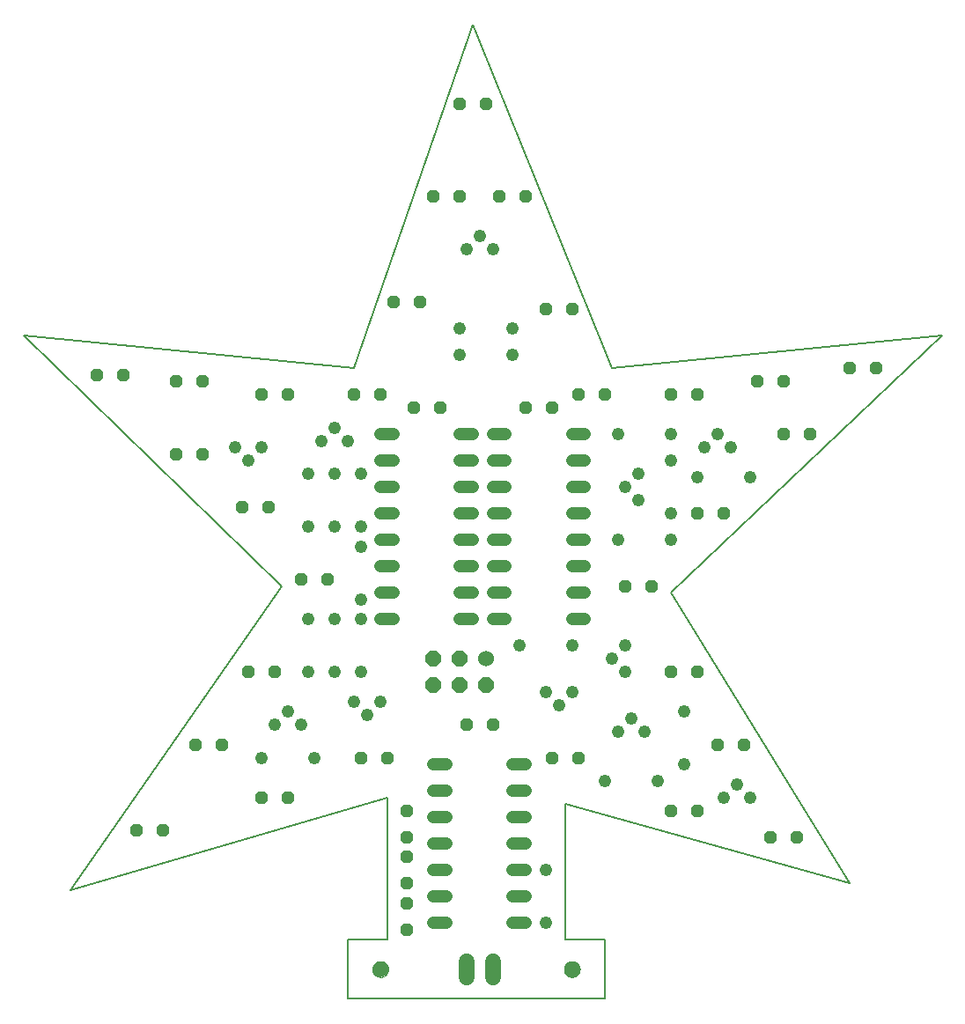
<source format=gbs>
G75*
%MOIN*%
%OFA0B0*%
%FSLAX25Y25*%
%IPPOS*%
%LPD*%
%AMOC8*
5,1,8,0,0,1.08239X$1,22.5*
%
%ADD10C,0.00600*%
%ADD11C,0.00000*%
%ADD12C,0.06000*%
%ADD13OC8,0.04800*%
%ADD14C,0.04800*%
%ADD15C,0.06000*%
%ADD16C,0.04800*%
%ADD17OC8,0.06000*%
D10*
X0018800Y0042550D02*
X0138800Y0077550D01*
X0138800Y0023800D01*
X0123800Y0023800D01*
X0123800Y0001300D01*
X0221300Y0001300D01*
X0221300Y0023800D01*
X0206300Y0023800D01*
X0206300Y0075050D01*
X0313800Y0045050D01*
X0246300Y0155050D01*
X0348800Y0252550D01*
X0223800Y0240050D01*
X0171300Y0370050D01*
X0126300Y0240050D01*
X0001300Y0252550D01*
X0098800Y0157550D01*
X0018800Y0042550D01*
D11*
X0133300Y0012550D02*
X0133302Y0012659D01*
X0133308Y0012768D01*
X0133318Y0012876D01*
X0133332Y0012984D01*
X0133349Y0013092D01*
X0133371Y0013199D01*
X0133396Y0013305D01*
X0133426Y0013409D01*
X0133459Y0013513D01*
X0133496Y0013616D01*
X0133536Y0013717D01*
X0133580Y0013816D01*
X0133628Y0013914D01*
X0133680Y0014011D01*
X0133734Y0014105D01*
X0133792Y0014197D01*
X0133854Y0014287D01*
X0133919Y0014374D01*
X0133986Y0014460D01*
X0134057Y0014543D01*
X0134131Y0014623D01*
X0134208Y0014700D01*
X0134287Y0014775D01*
X0134369Y0014846D01*
X0134454Y0014915D01*
X0134541Y0014980D01*
X0134630Y0015043D01*
X0134722Y0015101D01*
X0134816Y0015157D01*
X0134911Y0015209D01*
X0135009Y0015258D01*
X0135108Y0015303D01*
X0135209Y0015345D01*
X0135311Y0015382D01*
X0135414Y0015416D01*
X0135519Y0015447D01*
X0135625Y0015473D01*
X0135731Y0015496D01*
X0135839Y0015514D01*
X0135947Y0015529D01*
X0136055Y0015540D01*
X0136164Y0015547D01*
X0136273Y0015550D01*
X0136382Y0015549D01*
X0136491Y0015544D01*
X0136599Y0015535D01*
X0136707Y0015522D01*
X0136815Y0015505D01*
X0136922Y0015485D01*
X0137028Y0015460D01*
X0137133Y0015432D01*
X0137237Y0015400D01*
X0137340Y0015364D01*
X0137442Y0015324D01*
X0137542Y0015281D01*
X0137640Y0015234D01*
X0137737Y0015184D01*
X0137831Y0015130D01*
X0137924Y0015072D01*
X0138015Y0015012D01*
X0138103Y0014948D01*
X0138189Y0014881D01*
X0138272Y0014811D01*
X0138353Y0014738D01*
X0138431Y0014662D01*
X0138506Y0014583D01*
X0138579Y0014501D01*
X0138648Y0014417D01*
X0138714Y0014331D01*
X0138777Y0014242D01*
X0138837Y0014151D01*
X0138894Y0014058D01*
X0138947Y0013963D01*
X0138996Y0013866D01*
X0139042Y0013767D01*
X0139084Y0013667D01*
X0139123Y0013565D01*
X0139158Y0013461D01*
X0139189Y0013357D01*
X0139217Y0013252D01*
X0139240Y0013145D01*
X0139260Y0013038D01*
X0139276Y0012930D01*
X0139288Y0012822D01*
X0139296Y0012713D01*
X0139300Y0012604D01*
X0139300Y0012496D01*
X0139296Y0012387D01*
X0139288Y0012278D01*
X0139276Y0012170D01*
X0139260Y0012062D01*
X0139240Y0011955D01*
X0139217Y0011848D01*
X0139189Y0011743D01*
X0139158Y0011639D01*
X0139123Y0011535D01*
X0139084Y0011433D01*
X0139042Y0011333D01*
X0138996Y0011234D01*
X0138947Y0011137D01*
X0138894Y0011042D01*
X0138837Y0010949D01*
X0138777Y0010858D01*
X0138714Y0010769D01*
X0138648Y0010683D01*
X0138579Y0010599D01*
X0138506Y0010517D01*
X0138431Y0010438D01*
X0138353Y0010362D01*
X0138272Y0010289D01*
X0138189Y0010219D01*
X0138103Y0010152D01*
X0138015Y0010088D01*
X0137924Y0010028D01*
X0137831Y0009970D01*
X0137737Y0009916D01*
X0137640Y0009866D01*
X0137542Y0009819D01*
X0137442Y0009776D01*
X0137340Y0009736D01*
X0137237Y0009700D01*
X0137133Y0009668D01*
X0137028Y0009640D01*
X0136922Y0009615D01*
X0136815Y0009595D01*
X0136707Y0009578D01*
X0136599Y0009565D01*
X0136491Y0009556D01*
X0136382Y0009551D01*
X0136273Y0009550D01*
X0136164Y0009553D01*
X0136055Y0009560D01*
X0135947Y0009571D01*
X0135839Y0009586D01*
X0135731Y0009604D01*
X0135625Y0009627D01*
X0135519Y0009653D01*
X0135414Y0009684D01*
X0135311Y0009718D01*
X0135209Y0009755D01*
X0135108Y0009797D01*
X0135009Y0009842D01*
X0134911Y0009891D01*
X0134816Y0009943D01*
X0134722Y0009999D01*
X0134630Y0010057D01*
X0134541Y0010120D01*
X0134454Y0010185D01*
X0134369Y0010254D01*
X0134287Y0010325D01*
X0134208Y0010400D01*
X0134131Y0010477D01*
X0134057Y0010557D01*
X0133986Y0010640D01*
X0133919Y0010726D01*
X0133854Y0010813D01*
X0133792Y0010903D01*
X0133734Y0010995D01*
X0133680Y0011089D01*
X0133628Y0011186D01*
X0133580Y0011284D01*
X0133536Y0011383D01*
X0133496Y0011484D01*
X0133459Y0011587D01*
X0133426Y0011691D01*
X0133396Y0011795D01*
X0133371Y0011901D01*
X0133349Y0012008D01*
X0133332Y0012116D01*
X0133318Y0012224D01*
X0133308Y0012332D01*
X0133302Y0012441D01*
X0133300Y0012550D01*
X0205800Y0012550D02*
X0205802Y0012659D01*
X0205808Y0012768D01*
X0205818Y0012876D01*
X0205832Y0012984D01*
X0205849Y0013092D01*
X0205871Y0013199D01*
X0205896Y0013305D01*
X0205926Y0013409D01*
X0205959Y0013513D01*
X0205996Y0013616D01*
X0206036Y0013717D01*
X0206080Y0013816D01*
X0206128Y0013914D01*
X0206180Y0014011D01*
X0206234Y0014105D01*
X0206292Y0014197D01*
X0206354Y0014287D01*
X0206419Y0014374D01*
X0206486Y0014460D01*
X0206557Y0014543D01*
X0206631Y0014623D01*
X0206708Y0014700D01*
X0206787Y0014775D01*
X0206869Y0014846D01*
X0206954Y0014915D01*
X0207041Y0014980D01*
X0207130Y0015043D01*
X0207222Y0015101D01*
X0207316Y0015157D01*
X0207411Y0015209D01*
X0207509Y0015258D01*
X0207608Y0015303D01*
X0207709Y0015345D01*
X0207811Y0015382D01*
X0207914Y0015416D01*
X0208019Y0015447D01*
X0208125Y0015473D01*
X0208231Y0015496D01*
X0208339Y0015514D01*
X0208447Y0015529D01*
X0208555Y0015540D01*
X0208664Y0015547D01*
X0208773Y0015550D01*
X0208882Y0015549D01*
X0208991Y0015544D01*
X0209099Y0015535D01*
X0209207Y0015522D01*
X0209315Y0015505D01*
X0209422Y0015485D01*
X0209528Y0015460D01*
X0209633Y0015432D01*
X0209737Y0015400D01*
X0209840Y0015364D01*
X0209942Y0015324D01*
X0210042Y0015281D01*
X0210140Y0015234D01*
X0210237Y0015184D01*
X0210331Y0015130D01*
X0210424Y0015072D01*
X0210515Y0015012D01*
X0210603Y0014948D01*
X0210689Y0014881D01*
X0210772Y0014811D01*
X0210853Y0014738D01*
X0210931Y0014662D01*
X0211006Y0014583D01*
X0211079Y0014501D01*
X0211148Y0014417D01*
X0211214Y0014331D01*
X0211277Y0014242D01*
X0211337Y0014151D01*
X0211394Y0014058D01*
X0211447Y0013963D01*
X0211496Y0013866D01*
X0211542Y0013767D01*
X0211584Y0013667D01*
X0211623Y0013565D01*
X0211658Y0013461D01*
X0211689Y0013357D01*
X0211717Y0013252D01*
X0211740Y0013145D01*
X0211760Y0013038D01*
X0211776Y0012930D01*
X0211788Y0012822D01*
X0211796Y0012713D01*
X0211800Y0012604D01*
X0211800Y0012496D01*
X0211796Y0012387D01*
X0211788Y0012278D01*
X0211776Y0012170D01*
X0211760Y0012062D01*
X0211740Y0011955D01*
X0211717Y0011848D01*
X0211689Y0011743D01*
X0211658Y0011639D01*
X0211623Y0011535D01*
X0211584Y0011433D01*
X0211542Y0011333D01*
X0211496Y0011234D01*
X0211447Y0011137D01*
X0211394Y0011042D01*
X0211337Y0010949D01*
X0211277Y0010858D01*
X0211214Y0010769D01*
X0211148Y0010683D01*
X0211079Y0010599D01*
X0211006Y0010517D01*
X0210931Y0010438D01*
X0210853Y0010362D01*
X0210772Y0010289D01*
X0210689Y0010219D01*
X0210603Y0010152D01*
X0210515Y0010088D01*
X0210424Y0010028D01*
X0210331Y0009970D01*
X0210237Y0009916D01*
X0210140Y0009866D01*
X0210042Y0009819D01*
X0209942Y0009776D01*
X0209840Y0009736D01*
X0209737Y0009700D01*
X0209633Y0009668D01*
X0209528Y0009640D01*
X0209422Y0009615D01*
X0209315Y0009595D01*
X0209207Y0009578D01*
X0209099Y0009565D01*
X0208991Y0009556D01*
X0208882Y0009551D01*
X0208773Y0009550D01*
X0208664Y0009553D01*
X0208555Y0009560D01*
X0208447Y0009571D01*
X0208339Y0009586D01*
X0208231Y0009604D01*
X0208125Y0009627D01*
X0208019Y0009653D01*
X0207914Y0009684D01*
X0207811Y0009718D01*
X0207709Y0009755D01*
X0207608Y0009797D01*
X0207509Y0009842D01*
X0207411Y0009891D01*
X0207316Y0009943D01*
X0207222Y0009999D01*
X0207130Y0010057D01*
X0207041Y0010120D01*
X0206954Y0010185D01*
X0206869Y0010254D01*
X0206787Y0010325D01*
X0206708Y0010400D01*
X0206631Y0010477D01*
X0206557Y0010557D01*
X0206486Y0010640D01*
X0206419Y0010726D01*
X0206354Y0010813D01*
X0206292Y0010903D01*
X0206234Y0010995D01*
X0206180Y0011089D01*
X0206128Y0011186D01*
X0206080Y0011284D01*
X0206036Y0011383D01*
X0205996Y0011484D01*
X0205959Y0011587D01*
X0205926Y0011691D01*
X0205896Y0011795D01*
X0205871Y0011901D01*
X0205849Y0012008D01*
X0205832Y0012116D01*
X0205818Y0012224D01*
X0205808Y0012332D01*
X0205802Y0012441D01*
X0205800Y0012550D01*
D12*
X0208800Y0012550D03*
X0136300Y0012550D03*
X0176300Y0130050D03*
D13*
X0178800Y0105050D03*
X0168800Y0105050D03*
X0138800Y0092550D03*
X0128800Y0092550D03*
X0146300Y0072550D03*
X0146300Y0062550D03*
X0146300Y0055050D03*
X0146300Y0045050D03*
X0146300Y0037550D03*
X0146300Y0027550D03*
X0101300Y0077550D03*
X0091300Y0077550D03*
X0076300Y0097550D03*
X0066300Y0097550D03*
X0086300Y0125050D03*
X0096300Y0125050D03*
X0106300Y0160050D03*
X0116300Y0160050D03*
X0093800Y0187550D03*
X0083800Y0187550D03*
X0068800Y0207550D03*
X0058800Y0207550D03*
X0058800Y0235050D03*
X0068800Y0235050D03*
X0091300Y0230050D03*
X0101300Y0230050D03*
X0126300Y0230050D03*
X0136300Y0230050D03*
X0148800Y0225050D03*
X0158800Y0225050D03*
X0191300Y0225050D03*
X0201300Y0225050D03*
X0211300Y0230050D03*
X0221300Y0230050D03*
X0246300Y0230050D03*
X0256300Y0230050D03*
X0278800Y0235050D03*
X0288800Y0235050D03*
X0288800Y0215050D03*
X0298800Y0215050D03*
X0313800Y0240050D03*
X0323800Y0240050D03*
X0266300Y0185050D03*
X0256300Y0185050D03*
X0238800Y0157550D03*
X0228800Y0157550D03*
X0246300Y0125050D03*
X0256300Y0125050D03*
X0263800Y0097550D03*
X0273800Y0097550D03*
X0256300Y0072550D03*
X0246300Y0072550D03*
X0211300Y0092550D03*
X0201300Y0092550D03*
X0283800Y0062550D03*
X0293800Y0062550D03*
X0208800Y0262550D03*
X0198800Y0262550D03*
X0191300Y0305050D03*
X0181300Y0305050D03*
X0166300Y0305050D03*
X0156300Y0305050D03*
X0166300Y0340050D03*
X0176300Y0340050D03*
X0151300Y0265050D03*
X0141300Y0265050D03*
X0038800Y0237550D03*
X0028800Y0237550D03*
X0043800Y0065050D03*
X0053800Y0065050D03*
D14*
X0136400Y0145050D02*
X0141200Y0145050D01*
X0141200Y0155050D02*
X0136400Y0155050D01*
X0136400Y0165050D02*
X0141200Y0165050D01*
X0141200Y0175050D02*
X0136400Y0175050D01*
X0136400Y0185050D02*
X0141200Y0185050D01*
X0141200Y0195050D02*
X0136400Y0195050D01*
X0136400Y0205050D02*
X0141200Y0205050D01*
X0141200Y0215050D02*
X0136400Y0215050D01*
X0166400Y0215050D02*
X0171200Y0215050D01*
X0171200Y0205050D02*
X0166400Y0205050D01*
X0166400Y0195050D02*
X0171200Y0195050D01*
X0178900Y0195050D02*
X0183700Y0195050D01*
X0183700Y0185050D02*
X0178900Y0185050D01*
X0178900Y0175050D02*
X0183700Y0175050D01*
X0183700Y0165050D02*
X0178900Y0165050D01*
X0171200Y0165050D02*
X0166400Y0165050D01*
X0166400Y0155050D02*
X0171200Y0155050D01*
X0171200Y0145050D02*
X0166400Y0145050D01*
X0178900Y0145050D02*
X0183700Y0145050D01*
X0183700Y0155050D02*
X0178900Y0155050D01*
X0171200Y0175050D02*
X0166400Y0175050D01*
X0166400Y0185050D02*
X0171200Y0185050D01*
X0178900Y0205050D02*
X0183700Y0205050D01*
X0183700Y0215050D02*
X0178900Y0215050D01*
X0208900Y0215050D02*
X0213700Y0215050D01*
X0213700Y0205050D02*
X0208900Y0205050D01*
X0208900Y0195050D02*
X0213700Y0195050D01*
X0213700Y0185050D02*
X0208900Y0185050D01*
X0208900Y0175050D02*
X0213700Y0175050D01*
X0213700Y0165050D02*
X0208900Y0165050D01*
X0208900Y0155050D02*
X0213700Y0155050D01*
X0213700Y0145050D02*
X0208900Y0145050D01*
X0191200Y0090050D02*
X0186400Y0090050D01*
X0186400Y0080050D02*
X0191200Y0080050D01*
X0191200Y0070050D02*
X0186400Y0070050D01*
X0186400Y0060050D02*
X0191200Y0060050D01*
X0191200Y0050050D02*
X0186400Y0050050D01*
X0186400Y0040050D02*
X0191200Y0040050D01*
X0191200Y0030050D02*
X0186400Y0030050D01*
X0161200Y0030050D02*
X0156400Y0030050D01*
X0156400Y0040050D02*
X0161200Y0040050D01*
X0161200Y0050050D02*
X0156400Y0050050D01*
X0156400Y0060050D02*
X0161200Y0060050D01*
X0161200Y0070050D02*
X0156400Y0070050D01*
X0156400Y0080050D02*
X0161200Y0080050D01*
X0161200Y0090050D02*
X0156400Y0090050D01*
D15*
X0168800Y0015550D02*
X0168800Y0009550D01*
X0178800Y0009550D02*
X0178800Y0015550D01*
D16*
X0198800Y0030050D03*
X0198800Y0050050D03*
X0221300Y0083800D03*
X0226300Y0102550D03*
X0231300Y0107550D03*
X0236300Y0102550D03*
X0251300Y0110050D03*
X0251300Y0090050D03*
X0241300Y0083800D03*
X0266300Y0077550D03*
X0271300Y0082550D03*
X0276300Y0077550D03*
X0228800Y0125050D03*
X0223800Y0130050D03*
X0228800Y0135050D03*
X0208800Y0135050D03*
X0208800Y0117550D03*
X0203800Y0112550D03*
X0198800Y0117550D03*
X0188800Y0135050D03*
X0226300Y0175050D03*
X0233800Y0190050D03*
X0228800Y0195050D03*
X0233800Y0200050D03*
X0246300Y0205050D03*
X0246300Y0215050D03*
X0258800Y0210050D03*
X0263800Y0215050D03*
X0268800Y0210050D03*
X0276300Y0198800D03*
X0256300Y0198800D03*
X0246300Y0185050D03*
X0246300Y0175050D03*
X0226300Y0215050D03*
X0186300Y0245050D03*
X0186300Y0255050D03*
X0166300Y0255050D03*
X0166300Y0245050D03*
X0168800Y0285050D03*
X0173800Y0290050D03*
X0178800Y0285050D03*
X0118800Y0217550D03*
X0113800Y0212550D03*
X0123800Y0212550D03*
X0118800Y0200050D03*
X0108800Y0200050D03*
X0108800Y0180050D03*
X0118800Y0180050D03*
X0128800Y0180050D03*
X0128800Y0172550D03*
X0128800Y0152550D03*
X0128800Y0145050D03*
X0118800Y0145050D03*
X0108800Y0145050D03*
X0108800Y0125050D03*
X0118800Y0125050D03*
X0128800Y0125050D03*
X0126300Y0113800D03*
X0131300Y0108800D03*
X0136300Y0113800D03*
X0111300Y0092550D03*
X0106300Y0105050D03*
X0101300Y0110050D03*
X0096300Y0105050D03*
X0091300Y0092550D03*
X0128800Y0200050D03*
X0091300Y0210050D03*
X0086300Y0205050D03*
X0081300Y0210050D03*
D17*
X0156300Y0130050D03*
X0156300Y0120050D03*
X0166300Y0120050D03*
X0166300Y0130050D03*
X0176300Y0120050D03*
M02*

</source>
